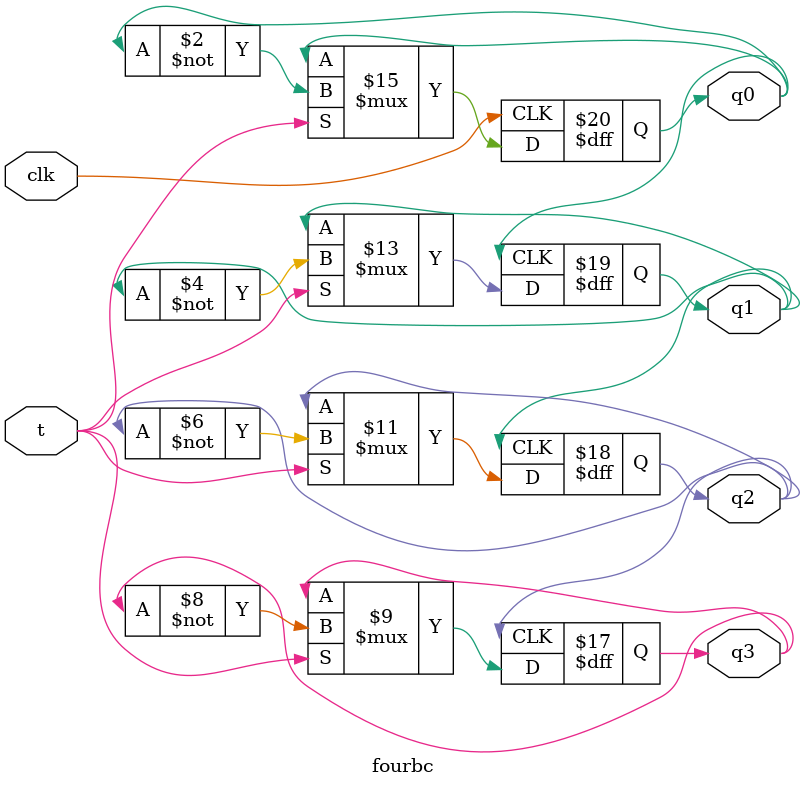
<source format=v>
`timescale 1ns / 1ps
module fourbc(t,clk,q0,q1,q2,q3);
input t,clk;
output q0,q1,q2,q3;
reg q0,q1,q2,q3;

always @ (posedge clk)
	begin
		if(t)
		q0<=~q0;
	end

always @ (negedge q0)
		begin
			if(t)
			q1<=~q1;
		end

always @ (negedge q1)
			begin
				if(t)
				q2<=~q2;
			end

always @ (negedge q2)
			begin
				if(t)
				q3<=~q3;
			end
			


endmodule

</source>
